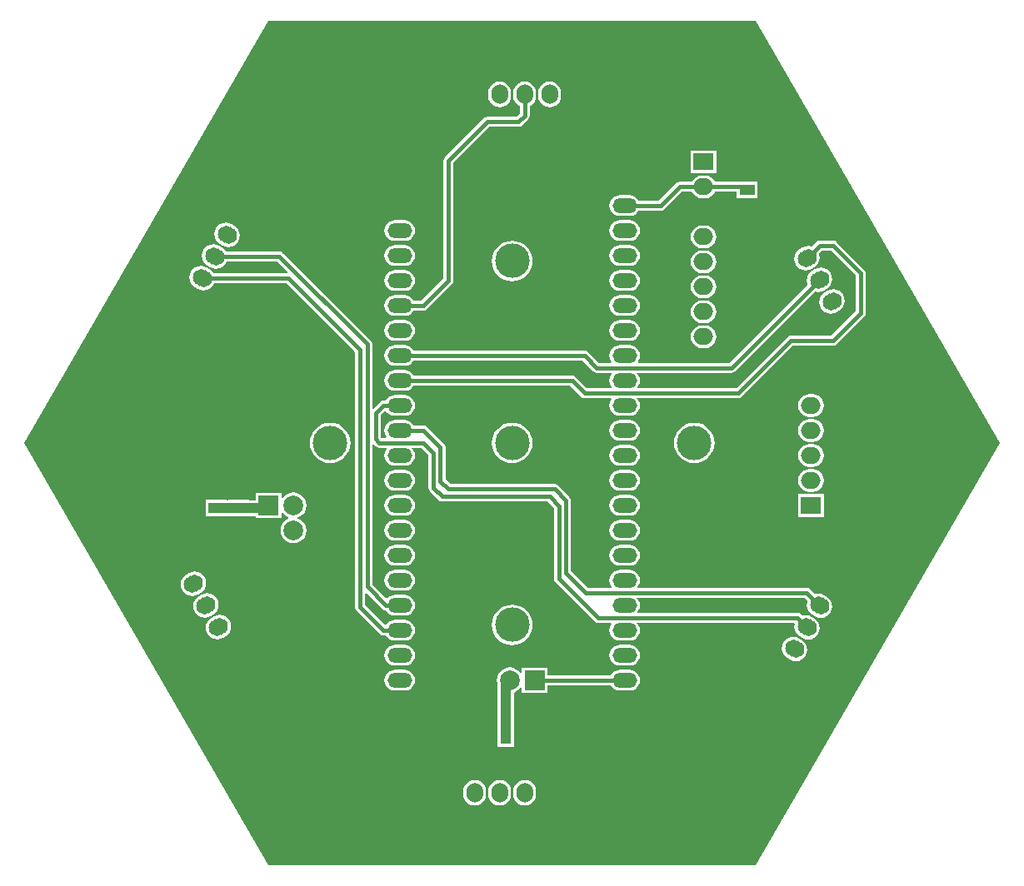
<source format=gbl>
%FSLAX44Y44*%
%MOMM*%
G71*
G01*
G75*
G04 Layer_Physical_Order=2*
G04 Layer_Color=16711680*
G04:AMPARAMS|DCode=10|XSize=2.1mm|YSize=1.5mm|CornerRadius=0.375mm|HoleSize=0mm|Usage=FLASHONLY|Rotation=180.000|XOffset=0mm|YOffset=0mm|HoleType=Round|Shape=RoundedRectangle|*
%AMROUNDEDRECTD10*
21,1,2.1000,0.7500,0,0,180.0*
21,1,1.3500,1.5000,0,0,180.0*
1,1,0.7500,-0.6750,0.3750*
1,1,0.7500,0.6750,0.3750*
1,1,0.7500,0.6750,-0.3750*
1,1,0.7500,-0.6750,-0.3750*
%
%ADD10ROUNDEDRECTD10*%
%ADD11R,1.5000X1.1000*%
%ADD12C,0.4000*%
%ADD13C,1.0000*%
%ADD14C,0.3000*%
%ADD15R,2.0000X1.7000*%
%ADD16O,2.0000X1.7000*%
%ADD17R,2.0000X2.0000*%
%ADD18C,2.0000*%
G04:AMPARAMS|DCode=19|XSize=1.7mm|YSize=2mm|CornerRadius=0mm|HoleSize=0mm|Usage=FLASHONLY|Rotation=120.000|XOffset=0mm|YOffset=0mm|HoleType=Round|Shape=Round|*
%AMOVALD19*
21,1,0.3000,1.7000,0.0000,0.0000,210.0*
1,1,1.7000,0.1299,0.0750*
1,1,1.7000,-0.1299,-0.0750*
%
%ADD19OVALD19*%

%ADD20O,1.7000X2.0000*%
%ADD21R,2.5000X1.5000*%
%ADD22O,2.5000X1.5000*%
G04:AMPARAMS|DCode=23|XSize=1.7mm|YSize=2mm|CornerRadius=0mm|HoleSize=0mm|Usage=FLASHONLY|Rotation=60.000|XOffset=0mm|YOffset=0mm|HoleType=Round|Shape=Round|*
%AMOVALD23*
21,1,0.3000,1.7000,0.0000,0.0000,150.0*
1,1,1.7000,0.1299,-0.0750*
1,1,1.7000,-0.1299,0.0750*
%
%ADD23OVALD23*%

%ADD24C,3.5000*%
%ADD25R,2.0000X2.0000*%
%ADD26R,1.1000X1.5000*%
G36*
X495670Y0D02*
X247836Y-428992D01*
X-247836D01*
X-495670Y0D01*
X-247836Y428992D01*
X247836D01*
X495670Y0D01*
D02*
G37*
%LPC*%
G36*
X316530Y-52000D02*
X290530D01*
Y-75000D01*
X316530D01*
Y-52000D01*
D02*
G37*
G36*
X-109300Y-52909D02*
X-119300D01*
X-122041Y-53270D01*
X-124595Y-54328D01*
X-126789Y-56011D01*
X-128472Y-58205D01*
X-129530Y-60759D01*
X-129891Y-63500D01*
X-129530Y-66241D01*
X-128472Y-68795D01*
X-126789Y-70989D01*
X-124595Y-72672D01*
X-122041Y-73730D01*
X-119300Y-74091D01*
X-109300D01*
X-106559Y-73730D01*
X-104005Y-72672D01*
X-101811Y-70989D01*
X-100128Y-68795D01*
X-99070Y-66241D01*
X-98709Y-63500D01*
X-99070Y-60759D01*
X-100128Y-58205D01*
X-101811Y-56011D01*
X-104005Y-54328D01*
X-106559Y-53270D01*
X-109300Y-52909D01*
D02*
G37*
G36*
X119300D02*
X109300D01*
X106559Y-53270D01*
X104005Y-54328D01*
X101811Y-56011D01*
X100128Y-58205D01*
X99070Y-60759D01*
X98709Y-63500D01*
X99070Y-66241D01*
X100128Y-68795D01*
X101811Y-70989D01*
X104005Y-72672D01*
X106559Y-73730D01*
X109300Y-74091D01*
X119300D01*
X122041Y-73730D01*
X124595Y-72672D01*
X126789Y-70989D01*
X128472Y-68795D01*
X129530Y-66241D01*
X129891Y-63500D01*
X129530Y-60759D01*
X128472Y-58205D01*
X126789Y-56011D01*
X124595Y-54328D01*
X122041Y-53270D01*
X119300Y-52909D01*
D02*
G37*
G36*
Y-103709D02*
X109300D01*
X106559Y-104070D01*
X104005Y-105128D01*
X101811Y-106811D01*
X100128Y-109005D01*
X99070Y-111559D01*
X98709Y-114300D01*
X99070Y-117041D01*
X100128Y-119595D01*
X101811Y-121789D01*
X104005Y-123472D01*
X106559Y-124530D01*
X109300Y-124891D01*
X119300D01*
X122041Y-124530D01*
X124595Y-123472D01*
X126789Y-121789D01*
X128472Y-119595D01*
X129530Y-117041D01*
X129891Y-114300D01*
X129530Y-111559D01*
X128472Y-109005D01*
X126789Y-106811D01*
X124595Y-105128D01*
X122041Y-104070D01*
X119300Y-103709D01*
D02*
G37*
G36*
X-109300Y-78309D02*
X-119300D01*
X-122041Y-78670D01*
X-124595Y-79728D01*
X-126789Y-81411D01*
X-128472Y-83605D01*
X-129530Y-86159D01*
X-129891Y-88900D01*
X-129530Y-91641D01*
X-128472Y-94195D01*
X-126789Y-96389D01*
X-124595Y-98072D01*
X-122041Y-99130D01*
X-119300Y-99491D01*
X-109300D01*
X-106559Y-99130D01*
X-104005Y-98072D01*
X-101811Y-96389D01*
X-100128Y-94195D01*
X-99070Y-91641D01*
X-98709Y-88900D01*
X-99070Y-86159D01*
X-100128Y-83605D01*
X-101811Y-81411D01*
X-104005Y-79728D01*
X-106559Y-78670D01*
X-109300Y-78309D01*
D02*
G37*
G36*
X119300D02*
X109300D01*
X106559Y-78670D01*
X104005Y-79728D01*
X101811Y-81411D01*
X100128Y-83605D01*
X99070Y-86159D01*
X98709Y-88900D01*
X99070Y-91641D01*
X100128Y-94195D01*
X101811Y-96389D01*
X104005Y-98072D01*
X106559Y-99130D01*
X109300Y-99491D01*
X119300D01*
X122041Y-99130D01*
X124595Y-98072D01*
X126789Y-96389D01*
X128472Y-94195D01*
X129530Y-91641D01*
X129891Y-88900D01*
X129530Y-86159D01*
X128472Y-83605D01*
X126789Y-81411D01*
X124595Y-79728D01*
X122041Y-78670D01*
X119300Y-78309D01*
D02*
G37*
G36*
X-222250Y-50388D02*
X-225644Y-50835D01*
X-228806Y-52144D01*
X-231522Y-54228D01*
X-233447Y-56738D01*
X-234650Y-56330D01*
Y-50500D01*
X-260650D01*
Y-58131D01*
X-267630D01*
Y-57700D01*
X-288630D01*
Y-58131D01*
X-290490D01*
Y-57700D01*
X-311490D01*
Y-74700D01*
X-290490D01*
Y-74269D01*
X-288630D01*
Y-74700D01*
X-267630D01*
Y-74269D01*
X-260650D01*
Y-76500D01*
X-234650D01*
Y-70670D01*
X-233447Y-70262D01*
X-231522Y-72772D01*
X-228806Y-74855D01*
X-227093Y-75565D01*
Y-76835D01*
X-228806Y-77544D01*
X-231522Y-79628D01*
X-233605Y-82344D01*
X-234915Y-85506D01*
X-235362Y-88900D01*
X-234915Y-92294D01*
X-233605Y-95456D01*
X-231522Y-98172D01*
X-228806Y-100255D01*
X-225644Y-101565D01*
X-222250Y-102012D01*
X-218856Y-101565D01*
X-215694Y-100255D01*
X-212978Y-98172D01*
X-210895Y-95456D01*
X-209585Y-92294D01*
X-209138Y-88900D01*
X-209585Y-85506D01*
X-210895Y-82344D01*
X-212978Y-79628D01*
X-215694Y-77544D01*
X-218856Y-76235D01*
X-215694Y-74855D01*
X-215694D01*
D01*
D01*
D01*
X-215694Y-74855D01*
X-212978Y-72772D01*
X-210895Y-70056D01*
X-209585Y-66894D01*
X-209138Y-63500D01*
X-209585Y-60106D01*
X-210895Y-56944D01*
X-212978Y-54228D01*
X-215694Y-52144D01*
X-218856Y-50835D01*
X-222250Y-50388D01*
D02*
G37*
G36*
X305030Y-1101D02*
X302030D01*
X299028Y-1496D01*
X296230Y-2655D01*
X293828Y-4498D01*
X291985Y-6900D01*
X290826Y-9698D01*
X290431Y-12700D01*
X290826Y-15702D01*
X291985Y-18500D01*
X293828Y-20902D01*
X296230Y-22745D01*
X299028Y-23904D01*
X302030Y-24299D01*
X305030D01*
X308032Y-23904D01*
X310830Y-22745D01*
X313232Y-20902D01*
X315075Y-18500D01*
X316234Y-15702D01*
X316629Y-12700D01*
X316234Y-9698D01*
X315075Y-6900D01*
X313232Y-4498D01*
X310830Y-2655D01*
X308032Y-1496D01*
X305030Y-1101D01*
D02*
G37*
G36*
X119300Y-2109D02*
X109300D01*
X106559Y-2470D01*
X104005Y-3528D01*
X101811Y-5211D01*
X100128Y-7405D01*
X99070Y-9959D01*
X98709Y-12700D01*
X99070Y-15441D01*
X100128Y-17995D01*
X101811Y-20189D01*
X104005Y-21872D01*
X106559Y-22930D01*
X109300Y-23291D01*
X119300D01*
X122041Y-22930D01*
X124595Y-21872D01*
X126789Y-20189D01*
X128472Y-17995D01*
X129530Y-15441D01*
X129891Y-12700D01*
X129530Y-9959D01*
X128472Y-7405D01*
X126789Y-5211D01*
X124595Y-3528D01*
X122041Y-2470D01*
X119300Y-2109D01*
D02*
G37*
G36*
X-185000Y20599D02*
X-189019Y20203D01*
X-192883Y19031D01*
X-196444Y17128D01*
X-199566Y14566D01*
X-202128Y11444D01*
X-204031Y7883D01*
X-205203Y4019D01*
X-205599Y0D01*
X-205203Y-4019D01*
X-204031Y-7883D01*
X-202128Y-11444D01*
X-199566Y-14566D01*
X-196444Y-17128D01*
X-192883Y-19031D01*
X-189019Y-20203D01*
X-185000Y-20599D01*
X-180981Y-20203D01*
X-177117Y-19031D01*
X-173556Y-17128D01*
X-170434Y-14566D01*
X-167872Y-11444D01*
X-165969Y-7883D01*
X-164797Y-4019D01*
X-164401Y0D01*
X-164797Y4019D01*
X-165969Y7883D01*
X-167872Y11444D01*
X-170434Y14566D01*
X-173556Y17128D01*
X-177117Y19031D01*
X-180981Y20203D01*
X-185000Y20599D01*
D02*
G37*
G36*
X305030Y-26501D02*
X302030D01*
X299028Y-26896D01*
X296230Y-28055D01*
X293828Y-29898D01*
X291985Y-32300D01*
X290826Y-35098D01*
X290431Y-38100D01*
X290826Y-41102D01*
X291985Y-43900D01*
X293828Y-46302D01*
X296230Y-48145D01*
X299028Y-49304D01*
X302030Y-49699D01*
X305030D01*
X308032Y-49304D01*
X310830Y-48145D01*
X313232Y-46302D01*
X315075Y-43900D01*
X316234Y-41102D01*
X316629Y-38100D01*
X316234Y-35098D01*
X315075Y-32300D01*
X313232Y-29898D01*
X310830Y-28055D01*
X308032Y-26896D01*
X305030Y-26501D01*
D02*
G37*
G36*
X119300Y-27509D02*
X109300D01*
X106559Y-27870D01*
X104005Y-28928D01*
X101811Y-30611D01*
X100128Y-32805D01*
X99070Y-35359D01*
X98709Y-38100D01*
X99070Y-40841D01*
X100128Y-43395D01*
X101811Y-45589D01*
X104005Y-47272D01*
X106559Y-48330D01*
X109300Y-48691D01*
X119300D01*
X122041Y-48330D01*
X124595Y-47272D01*
X126789Y-45589D01*
X128472Y-43395D01*
X129530Y-40841D01*
X129891Y-38100D01*
X129530Y-35359D01*
X128472Y-32805D01*
X126789Y-30611D01*
X124595Y-28928D01*
X122041Y-27870D01*
X119300Y-27509D01*
D02*
G37*
G36*
X-109300Y-27509D02*
X-119300D01*
X-122041Y-27870D01*
X-124595Y-28928D01*
X-126789Y-30611D01*
X-128472Y-32805D01*
X-129530Y-35359D01*
X-129891Y-38100D01*
X-129530Y-40841D01*
X-128472Y-43395D01*
X-126789Y-45589D01*
X-124595Y-47272D01*
X-122041Y-48330D01*
X-119300Y-48691D01*
X-109300D01*
X-106559Y-48330D01*
X-104005Y-47272D01*
X-101811Y-45589D01*
X-100128Y-43395D01*
X-99070Y-40841D01*
X-98709Y-38100D01*
X-99070Y-35359D01*
X-100128Y-32805D01*
X-101811Y-30611D01*
X-104005Y-28928D01*
X-106559Y-27870D01*
X-109300Y-27509D01*
D02*
G37*
G36*
Y-103709D02*
X-119300D01*
X-122041Y-104070D01*
X-124595Y-105128D01*
X-126789Y-106811D01*
X-128472Y-109005D01*
X-129530Y-111559D01*
X-129891Y-114300D01*
X-129530Y-117041D01*
X-128472Y-119595D01*
X-126789Y-121789D01*
X-124595Y-123472D01*
X-122041Y-124530D01*
X-119300Y-124891D01*
X-109300D01*
X-106559Y-124530D01*
X-104005Y-123472D01*
X-101811Y-121789D01*
X-100128Y-119595D01*
X-99070Y-117041D01*
X-98709Y-114300D01*
X-99070Y-111559D01*
X-100128Y-109005D01*
X-101811Y-106811D01*
X-104005Y-105128D01*
X-106559Y-104070D01*
X-109300Y-103709D01*
D02*
G37*
G36*
Y-230709D02*
X-119300D01*
X-122041Y-231070D01*
X-124595Y-232128D01*
X-126789Y-233811D01*
X-128472Y-236005D01*
X-129530Y-238559D01*
X-129891Y-241300D01*
X-129530Y-244041D01*
X-128472Y-246595D01*
X-126789Y-248789D01*
X-124595Y-250472D01*
X-122041Y-251530D01*
X-119300Y-251891D01*
X-109300D01*
X-106559Y-251530D01*
X-104005Y-250472D01*
X-101811Y-248789D01*
X-100128Y-246595D01*
X-99070Y-244041D01*
X-98709Y-241300D01*
X-99070Y-238559D01*
X-100128Y-236005D01*
X-101811Y-233811D01*
X-104005Y-232128D01*
X-106559Y-231070D01*
X-109300Y-230709D01*
D02*
G37*
G36*
X-2540Y-228188D02*
X-5934Y-228635D01*
X-9096Y-229944D01*
X-11812Y-232028D01*
X-13895Y-234744D01*
X-15205Y-237906D01*
X-15652Y-241300D01*
X-15205Y-244694D01*
X-14579Y-246206D01*
Y-261280D01*
X-15010D01*
Y-282280D01*
X-14579D01*
Y-287950D01*
X-15010D01*
Y-308950D01*
X1990D01*
Y-287950D01*
X1559D01*
Y-282280D01*
X1990D01*
Y-261280D01*
X1559D01*
Y-253673D01*
X4016Y-252656D01*
X6732Y-250572D01*
X8657Y-248062D01*
X9860Y-248470D01*
Y-254300D01*
X35860D01*
Y-246398D01*
X100047D01*
X100128Y-246595D01*
X101811Y-248789D01*
X104005Y-250472D01*
X106559Y-251530D01*
X109300Y-251891D01*
X119300D01*
X122041Y-251530D01*
X124595Y-250472D01*
X126789Y-248789D01*
X128472Y-246595D01*
X129530Y-244041D01*
X129891Y-241300D01*
X129530Y-238559D01*
X128472Y-236005D01*
X126789Y-233811D01*
X124595Y-232128D01*
X122041Y-231070D01*
X119300Y-230709D01*
X109300D01*
X106559Y-231070D01*
X104005Y-232128D01*
X101811Y-233811D01*
X100128Y-236005D01*
X100047Y-236202D01*
X35860D01*
Y-228300D01*
X9860D01*
Y-234130D01*
X8657Y-234538D01*
X6732Y-232028D01*
X4016Y-229944D01*
X854Y-228635D01*
X-2540Y-228188D01*
D02*
G37*
G36*
X-109300Y-205309D02*
X-119300D01*
X-122041Y-205670D01*
X-124595Y-206728D01*
X-126789Y-208411D01*
X-128472Y-210605D01*
X-129530Y-213159D01*
X-129891Y-215900D01*
X-129530Y-218641D01*
X-128472Y-221195D01*
X-126789Y-223389D01*
X-124595Y-225072D01*
X-122041Y-226130D01*
X-119300Y-226491D01*
X-109300D01*
X-106559Y-226130D01*
X-104005Y-225072D01*
X-101811Y-223389D01*
X-100128Y-221195D01*
X-99070Y-218641D01*
X-98709Y-215900D01*
X-99070Y-213159D01*
X-100128Y-210605D01*
X-101811Y-208411D01*
X-104005Y-206728D01*
X-106559Y-205670D01*
X-109300Y-205309D01*
D02*
G37*
G36*
X-38100Y-342501D02*
X-41102Y-342896D01*
X-43900Y-344055D01*
X-46302Y-345898D01*
X-48145Y-348300D01*
X-49304Y-351098D01*
X-49699Y-354100D01*
Y-357100D01*
X-49304Y-360102D01*
X-48145Y-362900D01*
X-46302Y-365302D01*
X-43900Y-367145D01*
X-41102Y-368304D01*
X-38100Y-368699D01*
X-35098Y-368304D01*
X-32300Y-367145D01*
X-29898Y-365302D01*
X-28055Y-362900D01*
X-26896Y-360102D01*
X-26501Y-357100D01*
Y-354100D01*
X-26896Y-351098D01*
X-28055Y-348300D01*
X-29898Y-345898D01*
X-32300Y-344055D01*
X-35098Y-342896D01*
X-38100Y-342501D01*
D02*
G37*
G36*
X-12700D02*
X-15702Y-342896D01*
X-18500Y-344055D01*
X-20902Y-345898D01*
X-22745Y-348300D01*
X-23904Y-351098D01*
X-24299Y-354100D01*
Y-357100D01*
X-23904Y-360102D01*
X-22745Y-362900D01*
X-20902Y-365302D01*
X-18500Y-367145D01*
X-15702Y-368304D01*
X-12700Y-368699D01*
X-9698Y-368304D01*
X-6900Y-367145D01*
X-4498Y-365302D01*
X-2655Y-362900D01*
X-1496Y-360102D01*
X-1101Y-357100D01*
Y-354100D01*
X-1496Y-351098D01*
X-2655Y-348300D01*
X-4498Y-345898D01*
X-6900Y-344055D01*
X-9698Y-342896D01*
X-12700Y-342501D01*
D02*
G37*
G36*
X12700D02*
X9698Y-342896D01*
X6900Y-344055D01*
X4498Y-345898D01*
X2655Y-348300D01*
X1496Y-351098D01*
X1101Y-354100D01*
Y-357100D01*
X1496Y-360102D01*
X2655Y-362900D01*
X4498Y-365302D01*
X6900Y-367145D01*
X9698Y-368304D01*
X12700Y-368699D01*
X15702Y-368304D01*
X18500Y-367145D01*
X20902Y-365302D01*
X22745Y-362900D01*
X23904Y-360102D01*
X24299Y-357100D01*
Y-354100D01*
X23904Y-351098D01*
X22745Y-348300D01*
X20902Y-345898D01*
X18500Y-344055D01*
X15702Y-342896D01*
X12700Y-342501D01*
D02*
G37*
G36*
X119300Y-205309D02*
X109300D01*
X106559Y-205670D01*
X104005Y-206728D01*
X101811Y-208411D01*
X100128Y-210605D01*
X99070Y-213159D01*
X98709Y-215900D01*
X99070Y-218641D01*
X100128Y-221195D01*
X101811Y-223389D01*
X104005Y-225072D01*
X106559Y-226130D01*
X109300Y-226491D01*
X119300D01*
X122041Y-226130D01*
X124595Y-225072D01*
X126789Y-223389D01*
X128472Y-221195D01*
X129530Y-218641D01*
X129891Y-215900D01*
X129530Y-213159D01*
X128472Y-210605D01*
X126789Y-208411D01*
X124595Y-206728D01*
X122041Y-205670D01*
X119300Y-205309D01*
D02*
G37*
G36*
X-309851Y-152751D02*
X-312853Y-153146D01*
X-315651Y-154305D01*
X-318249Y-155805D01*
X-320651Y-157648D01*
X-322494Y-160050D01*
X-323653Y-162848D01*
X-324048Y-165850D01*
X-323653Y-168852D01*
X-322494Y-171650D01*
X-320651Y-174052D01*
X-318249Y-175895D01*
X-315451Y-177054D01*
X-312449Y-177449D01*
X-309447Y-177054D01*
X-306649Y-175895D01*
X-304051Y-174395D01*
X-301649Y-172552D01*
X-299806Y-170150D01*
X-298647Y-167352D01*
X-298252Y-164350D01*
X-298647Y-161348D01*
X-299806Y-158550D01*
X-301649Y-156148D01*
X-304051Y-154305D01*
X-306849Y-153146D01*
X-309851Y-152751D01*
D02*
G37*
G36*
X-322551Y-130754D02*
X-325553Y-131149D01*
X-328350Y-132308D01*
X-330949Y-133808D01*
X-333351Y-135651D01*
X-335194Y-138053D01*
X-336353Y-140851D01*
X-336748Y-143853D01*
X-336353Y-146855D01*
X-335194Y-149653D01*
X-333351Y-152055D01*
X-330949Y-153898D01*
X-328151Y-155057D01*
X-325149Y-155452D01*
X-322147Y-155057D01*
X-319349Y-153898D01*
X-316751Y-152398D01*
X-314349Y-150555D01*
X-312506Y-148153D01*
X-311347Y-145355D01*
X-310952Y-142353D01*
X-311347Y-139351D01*
X-312506Y-136553D01*
X-314349Y-134151D01*
X-316751Y-132308D01*
X-319549Y-131149D01*
X-322551Y-130754D01*
D02*
G37*
G36*
X-109300Y-129109D02*
X-119300D01*
X-122041Y-129470D01*
X-124595Y-130528D01*
X-126789Y-132211D01*
X-128472Y-134405D01*
X-129530Y-136959D01*
X-129891Y-139700D01*
X-129530Y-142441D01*
X-128472Y-144995D01*
X-126789Y-147189D01*
X-124595Y-148872D01*
X-122041Y-149930D01*
X-119300Y-150291D01*
X-109300D01*
X-106559Y-149930D01*
X-104005Y-148872D01*
X-101811Y-147189D01*
X-100128Y-144995D01*
X-99070Y-142441D01*
X-98709Y-139700D01*
X-99070Y-136959D01*
X-100128Y-134405D01*
X-101811Y-132211D01*
X-104005Y-130528D01*
X-106559Y-129470D01*
X-109300Y-129109D01*
D02*
G37*
G36*
X285721Y-197152D02*
X282719Y-197547D01*
X279921Y-198706D01*
X277519Y-200549D01*
X275676Y-202952D01*
X274517Y-205749D01*
X274122Y-208751D01*
X274517Y-211753D01*
X275676Y-214551D01*
X277519Y-216953D01*
X279921Y-218796D01*
X282519Y-220296D01*
X285317Y-221455D01*
X288319Y-221850D01*
X291321Y-221455D01*
X294119Y-220296D01*
X296521Y-218453D01*
X298364Y-216051D01*
X299523Y-213253D01*
X299918Y-210251D01*
X299523Y-207249D01*
X298364Y-204452D01*
X296521Y-202049D01*
X294119Y-200206D01*
X291521Y-198706D01*
X288723Y-197547D01*
X285721Y-197152D01*
D02*
G37*
G36*
X0Y-164401D02*
X-4019Y-164797D01*
X-7883Y-165969D01*
X-11444Y-167872D01*
X-14566Y-170434D01*
X-17128Y-173556D01*
X-19031Y-177117D01*
X-20203Y-180981D01*
X-20599Y-185000D01*
X-20203Y-189019D01*
X-19031Y-192883D01*
X-17128Y-196444D01*
X-14566Y-199566D01*
X-11444Y-202128D01*
X-7883Y-204031D01*
X-4019Y-205203D01*
X0Y-205599D01*
X4019Y-205203D01*
X7883Y-204031D01*
X11444Y-202128D01*
X14566Y-199566D01*
X17128Y-196444D01*
X19031Y-192883D01*
X20203Y-189019D01*
X20599Y-185000D01*
X20203Y-180981D01*
X19031Y-177117D01*
X17128Y-173556D01*
X14566Y-170434D01*
X11444Y-167872D01*
X7883Y-165969D01*
X4019Y-164797D01*
X0Y-164401D01*
D02*
G37*
G36*
X-297151Y-174748D02*
X-300153Y-175143D01*
X-302950Y-176302D01*
X-305549Y-177802D01*
X-307951Y-179645D01*
X-309794Y-182047D01*
X-310953Y-184845D01*
X-311348Y-187847D01*
X-310953Y-190849D01*
X-309794Y-193647D01*
X-307951Y-196049D01*
X-305549Y-197892D01*
X-302751Y-199051D01*
X-299749Y-199446D01*
X-296747Y-199051D01*
X-293950Y-197892D01*
X-291351Y-196392D01*
X-288949Y-194549D01*
X-287106Y-192147D01*
X-285947Y-189349D01*
X-285552Y-186347D01*
X-285947Y-183345D01*
X-287106Y-180547D01*
X-288949Y-178145D01*
X-291351Y-176302D01*
X-294149Y-175143D01*
X-297151Y-174748D01*
D02*
G37*
G36*
X0Y20599D02*
X-4019Y20203D01*
X-7883Y19031D01*
X-11444Y17128D01*
X-14566Y14566D01*
X-17128Y11444D01*
X-19031Y7883D01*
X-20203Y4019D01*
X-20599Y0D01*
X-20203Y-4019D01*
X-19031Y-7883D01*
X-17128Y-11444D01*
X-14566Y-14566D01*
X-11444Y-17128D01*
X-7883Y-19031D01*
X-4019Y-20203D01*
X0Y-20599D01*
X4019Y-20203D01*
X7883Y-19031D01*
X11444Y-17128D01*
X14566Y-14566D01*
X17128Y-11444D01*
X19031Y-7883D01*
X20203Y-4019D01*
X20599Y0D01*
X20203Y4019D01*
X19031Y7883D01*
X17128Y11444D01*
X14566Y14566D01*
X11444Y17128D01*
X7883Y19031D01*
X4019Y20203D01*
X0Y20599D01*
D02*
G37*
G36*
X119300Y201091D02*
X109300D01*
X106559Y200730D01*
X104005Y199672D01*
X101811Y197989D01*
X100128Y195795D01*
X99070Y193241D01*
X98709Y190500D01*
X99070Y187759D01*
X100128Y185205D01*
X101811Y183011D01*
X104005Y181328D01*
X106559Y180270D01*
X109300Y179909D01*
X119300D01*
X122041Y180270D01*
X124595Y181328D01*
X126789Y183011D01*
X128472Y185205D01*
X129530Y187759D01*
X129891Y190500D01*
X129530Y193241D01*
X128472Y195795D01*
X126789Y197989D01*
X124595Y199672D01*
X122041Y200730D01*
X119300Y201091D01*
D02*
G37*
G36*
X195810Y221149D02*
X192810D01*
X189808Y220754D01*
X187010Y219595D01*
X184608Y217752D01*
X182765Y215350D01*
X181606Y212552D01*
X181211Y209550D01*
X181606Y206548D01*
X182765Y203750D01*
X184608Y201348D01*
X187010Y199505D01*
X189808Y198346D01*
X192810Y197951D01*
X195810D01*
X198812Y198346D01*
X201610Y199505D01*
X204012Y201348D01*
X205855Y203750D01*
X207014Y206548D01*
X207409Y209550D01*
X207014Y212552D01*
X205855Y215350D01*
X204012Y217752D01*
X201610Y219595D01*
X198812Y220754D01*
X195810Y221149D01*
D02*
G37*
G36*
X-290859Y223983D02*
X-293861Y223588D01*
X-296659Y222429D01*
X-299061Y220586D01*
X-300904Y218184D01*
X-302063Y215386D01*
X-302458Y212384D01*
X-302063Y209382D01*
X-300904Y206584D01*
X-299061Y204182D01*
X-296659Y202339D01*
X-294060Y200839D01*
X-291263Y199680D01*
X-288261Y199285D01*
X-285259Y199680D01*
X-282461Y200839D01*
X-280059Y202682D01*
X-278216Y205084D01*
X-277057Y207882D01*
X-276662Y210884D01*
X-277057Y213886D01*
X-278216Y216684D01*
X-280059Y219086D01*
X-282461Y220929D01*
X-285060Y222429D01*
X-287857Y223588D01*
X-290859Y223983D01*
D02*
G37*
G36*
X-109300Y201091D02*
X-119300D01*
X-122041Y200730D01*
X-124595Y199672D01*
X-126789Y197989D01*
X-128472Y195795D01*
X-129530Y193241D01*
X-129891Y190500D01*
X-129530Y187759D01*
X-128472Y185205D01*
X-126789Y183011D01*
X-124595Y181328D01*
X-122041Y180270D01*
X-119300Y179909D01*
X-109300D01*
X-106559Y180270D01*
X-104005Y181328D01*
X-101811Y183011D01*
X-100128Y185205D01*
X-99070Y187759D01*
X-98709Y190500D01*
X-99070Y193241D01*
X-100128Y195795D01*
X-101811Y197989D01*
X-104005Y199672D01*
X-106559Y200730D01*
X-109300Y201091D01*
D02*
G37*
G36*
X0Y205599D02*
X-4019Y205203D01*
X-7883Y204031D01*
X-11444Y202128D01*
X-14566Y199566D01*
X-17128Y196444D01*
X-19031Y192883D01*
X-20203Y189019D01*
X-20599Y185000D01*
X-20203Y180981D01*
X-19031Y177117D01*
X-17128Y173556D01*
X-14566Y170434D01*
X-11444Y167872D01*
X-7883Y165969D01*
X-4019Y164797D01*
X0Y164401D01*
X4019Y164797D01*
X7883Y165969D01*
X11444Y167872D01*
X14566Y170434D01*
X17128Y173556D01*
X19031Y177117D01*
X20203Y180981D01*
X20599Y185000D01*
X20203Y189019D01*
X19031Y192883D01*
X17128Y196444D01*
X14566Y199566D01*
X11444Y202128D01*
X7883Y204031D01*
X4019Y205203D01*
X0Y205599D01*
D02*
G37*
G36*
X195810Y195749D02*
X192810D01*
X189808Y195354D01*
X187010Y194195D01*
X184608Y192352D01*
X182765Y189950D01*
X181606Y187152D01*
X181211Y184150D01*
X181606Y181148D01*
X182765Y178350D01*
X184608Y175948D01*
X187010Y174105D01*
X189808Y172946D01*
X192810Y172551D01*
X195810D01*
X198812Y172946D01*
X201610Y174105D01*
X204012Y175948D01*
X205855Y178350D01*
X207014Y181148D01*
X207409Y184150D01*
X207014Y187152D01*
X205855Y189950D01*
X204012Y192352D01*
X201610Y194195D01*
X198812Y195354D01*
X195810Y195749D01*
D02*
G37*
G36*
X-303559Y201986D02*
X-306561Y201591D01*
X-309359Y200432D01*
X-311761Y198589D01*
X-313604Y196187D01*
X-314763Y193389D01*
X-315158Y190387D01*
X-314763Y187385D01*
X-313604Y184587D01*
X-311761Y182185D01*
X-309359Y180342D01*
X-306761Y178842D01*
X-303963Y177683D01*
X-300961Y177288D01*
X-297959Y177683D01*
X-295161Y178842D01*
X-292759Y180685D01*
X-290916Y183087D01*
X-290314Y184539D01*
X-238739D01*
X-228111Y173911D01*
X-228597Y172738D01*
X-303653D01*
X-305459Y175092D01*
X-307861Y176935D01*
X-310459Y178435D01*
X-313257Y179594D01*
X-316259Y179989D01*
X-319261Y179594D01*
X-322059Y178435D01*
X-324461Y176592D01*
X-326304Y174190D01*
X-327463Y171392D01*
X-327858Y168390D01*
X-327463Y165388D01*
X-326304Y162590D01*
X-324461Y160188D01*
X-322059Y158345D01*
X-319461Y156845D01*
X-316663Y155686D01*
X-313661Y155291D01*
X-310659Y155686D01*
X-307861Y156845D01*
X-305459Y158688D01*
X-303616Y161090D01*
X-303014Y162542D01*
X-229442D01*
X-159418Y92518D01*
Y-166990D01*
X-159418Y-166990D01*
X-159418D01*
X-159030Y-168941D01*
X-157925Y-170595D01*
X-134415Y-194105D01*
X-132761Y-195210D01*
X-130810Y-195598D01*
X-128553D01*
X-128472Y-195795D01*
X-126789Y-197989D01*
X-124595Y-199672D01*
X-122041Y-200730D01*
X-119300Y-201091D01*
X-109300D01*
X-106559Y-200730D01*
X-104005Y-199672D01*
X-101811Y-197989D01*
X-100128Y-195795D01*
X-99070Y-193241D01*
X-98709Y-190500D01*
X-99070Y-187759D01*
X-100128Y-185205D01*
X-101811Y-183011D01*
X-104005Y-181328D01*
X-106559Y-180270D01*
X-109300Y-179909D01*
X-119300D01*
X-122041Y-180270D01*
X-124595Y-181328D01*
X-126789Y-183011D01*
X-128069Y-184681D01*
X-129337Y-184764D01*
X-149222Y-164878D01*
Y-153017D01*
X-148049Y-152531D01*
X-131875Y-168705D01*
X-131875D01*
X-131875Y-168705D01*
X-131875Y-168705D01*
Y-168705D01*
X-130221Y-169810D01*
X-128579Y-170137D01*
X-128472Y-170395D01*
X-126789Y-172589D01*
X-124595Y-174272D01*
X-122041Y-175330D01*
X-119300Y-175691D01*
X-109300D01*
X-106559Y-175330D01*
X-104005Y-174272D01*
X-101811Y-172589D01*
X-100128Y-170395D01*
X-99070Y-167841D01*
X-98709Y-165100D01*
X-99070Y-162359D01*
X-100128Y-159805D01*
X-101811Y-157611D01*
X-104005Y-155928D01*
X-106559Y-154870D01*
X-109300Y-154509D01*
X-119300D01*
X-122041Y-154870D01*
X-124595Y-155928D01*
X-126789Y-157611D01*
X-126967Y-157843D01*
X-128234Y-157926D01*
X-142222Y-143938D01*
Y-1267D01*
X-141049Y-781D01*
X-138425Y-3405D01*
X-136771Y-4510D01*
X-134820Y-4898D01*
X-127984D01*
X-127422Y-6037D01*
X-128472Y-7405D01*
X-129530Y-9959D01*
X-129891Y-12700D01*
X-129530Y-15441D01*
X-128472Y-17995D01*
X-126789Y-20189D01*
X-124595Y-21872D01*
X-122041Y-22930D01*
X-119300Y-23291D01*
X-109300D01*
X-106559Y-22930D01*
X-104005Y-21872D01*
X-101811Y-20189D01*
X-100128Y-17995D01*
X-99070Y-15441D01*
X-98709Y-12700D01*
X-99070Y-9959D01*
X-100128Y-7405D01*
X-101811Y-5211D01*
X-101705Y-4898D01*
X-92482D01*
X-85108Y-12272D01*
Y-45720D01*
X-85108Y-45720D01*
X-85108D01*
X-84720Y-47671D01*
X-83615Y-49325D01*
X-74725Y-58215D01*
X-73071Y-59320D01*
X-71120Y-59708D01*
X35988D01*
X42512Y-66232D01*
Y-137780D01*
X42512Y-137780D01*
X42512D01*
X42900Y-139731D01*
X44005Y-141385D01*
X84025Y-181405D01*
X85679Y-182510D01*
X87630Y-182898D01*
X100463D01*
X101024Y-184037D01*
X100128Y-185205D01*
X99070Y-187759D01*
X98709Y-190500D01*
X99070Y-193241D01*
X100128Y-195795D01*
X101811Y-197989D01*
X104005Y-199672D01*
X106559Y-200730D01*
X109300Y-201091D01*
X119300D01*
X122041Y-200730D01*
X124595Y-199672D01*
X126789Y-197989D01*
X128472Y-195795D01*
X129530Y-193241D01*
X129891Y-190500D01*
X129530Y-187759D01*
X128472Y-185205D01*
X126789Y-183011D01*
X126827Y-182898D01*
X286366D01*
X287204Y-183853D01*
X286822Y-186754D01*
X287217Y-189756D01*
X288376Y-192554D01*
X290219Y-194956D01*
X292621Y-196799D01*
X295219Y-198299D01*
X298017Y-199458D01*
X301019Y-199853D01*
X304021Y-199458D01*
X306819Y-198299D01*
X309221Y-196456D01*
X311064Y-194054D01*
X312223Y-191256D01*
X312618Y-188254D01*
X312223Y-185252D01*
X311064Y-182454D01*
X309221Y-180052D01*
X306819Y-178209D01*
X304221Y-176709D01*
X301423Y-175550D01*
X298421Y-175155D01*
X295419Y-175550D01*
X295105Y-175680D01*
X293621Y-174195D01*
X291967Y-173090D01*
X290016Y-172702D01*
X128138D01*
X127576Y-171563D01*
X128472Y-170395D01*
X129530Y-167841D01*
X129891Y-165100D01*
X129530Y-162359D01*
X128472Y-159805D01*
X126789Y-157611D01*
X126827Y-157498D01*
X297201D01*
X300368Y-160665D01*
X299917Y-161755D01*
X299522Y-164757D01*
X299917Y-167759D01*
X301076Y-170557D01*
X302919Y-172959D01*
X305321Y-174802D01*
X307920Y-176302D01*
X310717Y-177461D01*
X313719Y-177856D01*
X316721Y-177461D01*
X319519Y-176302D01*
X321921Y-174459D01*
X323764Y-172057D01*
X324923Y-169259D01*
X325318Y-166257D01*
X324923Y-163255D01*
X323764Y-160457D01*
X321921Y-158055D01*
X319519Y-156212D01*
X316921Y-154712D01*
X314123Y-153553D01*
X311121Y-153158D01*
X308119Y-153553D01*
X307805Y-153683D01*
X302918Y-148795D01*
X301264Y-147690D01*
X299313Y-147302D01*
X128137D01*
X127576Y-146163D01*
X128472Y-144995D01*
X129530Y-142441D01*
X129891Y-139700D01*
X129530Y-136959D01*
X128472Y-134405D01*
X126789Y-132211D01*
X124595Y-130528D01*
X122041Y-129470D01*
X119300Y-129109D01*
X109300D01*
X106559Y-129470D01*
X104005Y-130528D01*
X101811Y-132211D01*
X100128Y-134405D01*
X99070Y-136959D01*
X98709Y-139700D01*
X99070Y-142441D01*
X100128Y-144995D01*
X101024Y-146163D01*
X100463Y-147302D01*
X77042D01*
X59708Y-129968D01*
Y-58420D01*
X59320Y-56469D01*
X58215Y-54815D01*
X46785Y-43385D01*
X45131Y-42280D01*
X43180Y-41892D01*
X-62658D01*
X-67912Y-36638D01*
Y-4460D01*
X-68300Y-2509D01*
X-69405Y-855D01*
X-86565Y16305D01*
X-88219Y17410D01*
X-90170Y17798D01*
X-100047D01*
X-100128Y17995D01*
X-101811Y20189D01*
X-104005Y21872D01*
X-106559Y22930D01*
X-109300Y23291D01*
X-119300D01*
X-122041Y22930D01*
X-124595Y21872D01*
X-126789Y20189D01*
X-128472Y17995D01*
X-129530Y15441D01*
X-129891Y12700D01*
X-129530Y9959D01*
X-128472Y7405D01*
X-127729Y6437D01*
X-128291Y5298D01*
X-132708D01*
X-133332Y5922D01*
Y28368D01*
X-129337Y32364D01*
X-128069Y32280D01*
X-126789Y30611D01*
X-124595Y28928D01*
X-122041Y27870D01*
X-119300Y27509D01*
X-109300D01*
X-106559Y27870D01*
X-104005Y28928D01*
X-101811Y30611D01*
X-100128Y32805D01*
X-99070Y35359D01*
X-98709Y38100D01*
X-99070Y40841D01*
X-100128Y43395D01*
X-101811Y45589D01*
X-104005Y47272D01*
X-106559Y48330D01*
X-109300Y48691D01*
X-119300D01*
X-122041Y48330D01*
X-124595Y47272D01*
X-126789Y45589D01*
X-128472Y43395D01*
X-128553Y43198D01*
X-130810D01*
X-132761Y42810D01*
X-134415Y41705D01*
X-141049Y35071D01*
X-142222Y35557D01*
Y100330D01*
X-142610Y102281D01*
X-143715Y103935D01*
X-233022Y193242D01*
X-234676Y194347D01*
X-236627Y194735D01*
X-290953D01*
X-292759Y197089D01*
X-295161Y198932D01*
X-297759Y200432D01*
X-300557Y201591D01*
X-303559Y201986D01*
D02*
G37*
G36*
X207310Y297250D02*
X181310D01*
Y274250D01*
X207310D01*
Y297250D01*
D02*
G37*
G36*
X-12700Y367429D02*
X-15702Y367034D01*
X-18500Y365875D01*
X-20902Y364032D01*
X-22745Y361630D01*
X-23904Y358832D01*
X-24299Y355830D01*
Y352830D01*
X-23904Y349828D01*
X-22745Y347030D01*
X-20902Y344628D01*
X-18500Y342785D01*
X-15702Y341626D01*
X-12700Y341231D01*
X-9698Y341626D01*
X-6900Y342785D01*
X-4498Y344628D01*
X-2655Y347030D01*
X-1496Y349828D01*
X-1101Y352830D01*
Y355830D01*
X-1496Y358832D01*
X-2655Y361630D01*
X-4498Y364032D01*
X-6900Y365875D01*
X-9698Y367034D01*
X-12700Y367429D01*
D02*
G37*
G36*
X38100D02*
X35098Y367034D01*
X32300Y365875D01*
X29898Y364032D01*
X28055Y361630D01*
X26896Y358832D01*
X26501Y355830D01*
Y352830D01*
X26896Y349828D01*
X28055Y347030D01*
X29898Y344628D01*
X32300Y342785D01*
X35098Y341626D01*
X38100Y341231D01*
X41102Y341626D01*
X43900Y342785D01*
X46302Y344628D01*
X48145Y347030D01*
X49304Y349828D01*
X49699Y352830D01*
Y355830D01*
X49304Y358832D01*
X48145Y361630D01*
X46302Y364032D01*
X43900Y365875D01*
X41102Y367034D01*
X38100Y367429D01*
D02*
G37*
G36*
X195810Y271949D02*
X192810D01*
X189808Y271554D01*
X187010Y270395D01*
X184608Y268552D01*
X182765Y266150D01*
X182474Y265448D01*
X170180D01*
X168229Y265060D01*
X166575Y263955D01*
X149018Y246398D01*
X128553D01*
X128472Y246595D01*
X126789Y248789D01*
X124595Y250472D01*
X122041Y251530D01*
X119300Y251891D01*
X109300D01*
X106559Y251530D01*
X104005Y250472D01*
X101811Y248789D01*
X100128Y246595D01*
X99070Y244041D01*
X98709Y241300D01*
X99070Y238559D01*
X100128Y236005D01*
X101811Y233811D01*
X104005Y232128D01*
X106559Y231070D01*
X109300Y230709D01*
X119300D01*
X122041Y231070D01*
X124595Y232128D01*
X126789Y233811D01*
X128472Y236005D01*
X128553Y236202D01*
X151130D01*
X153081Y236590D01*
X154735Y237695D01*
X172292Y255252D01*
X182474D01*
X182765Y254550D01*
X184608Y252148D01*
X187010Y250305D01*
X189808Y249146D01*
X192810Y248751D01*
X195810D01*
X198812Y249146D01*
X201610Y250305D01*
X204012Y252148D01*
X205855Y254550D01*
X206146Y255252D01*
X228260D01*
Y249150D01*
X249260D01*
Y266150D01*
X228260D01*
Y265448D01*
X206146D01*
X205855Y266150D01*
X204012Y268552D01*
X201610Y270395D01*
X198812Y271554D01*
X195810Y271949D01*
D02*
G37*
G36*
X326390Y205758D02*
X312420D01*
X310469Y205370D01*
X308815Y204265D01*
X304335Y199784D01*
X304021Y199914D01*
X301019Y200309D01*
X298017Y199914D01*
X295219Y198755D01*
X292621Y197255D01*
X290219Y195412D01*
X288376Y193010D01*
X287217Y190212D01*
X286822Y187210D01*
X287217Y184208D01*
X288376Y181410D01*
X290219Y179008D01*
X292621Y177165D01*
X295419Y176006D01*
X298421Y175611D01*
X301423Y176006D01*
X304221Y177165D01*
X306819Y178665D01*
X309221Y180508D01*
X311064Y182910D01*
X312223Y185708D01*
X312618Y188710D01*
X312223Y191712D01*
X311772Y192802D01*
X314532Y195562D01*
X324278D01*
X349232Y170608D01*
Y134192D01*
X324278Y109238D01*
X283210D01*
X281583Y108914D01*
X281259Y108850D01*
X279605Y107745D01*
X227758Y55898D01*
X128137D01*
X127576Y57037D01*
X128472Y58205D01*
X129530Y60759D01*
X129891Y63500D01*
X129530Y66241D01*
X128472Y68795D01*
X126789Y70989D01*
X126895Y71302D01*
X222857D01*
X224808Y71690D01*
X226462Y72795D01*
X226462Y72795D01*
X226462Y72795D01*
X307805Y154139D01*
X308119Y154009D01*
X311121Y153614D01*
X314123Y154009D01*
X316921Y155168D01*
X319519Y156668D01*
X321921Y158511D01*
X323764Y160913D01*
X324923Y163711D01*
X325318Y166713D01*
X324923Y169715D01*
X323764Y172513D01*
X321921Y174915D01*
X319519Y176758D01*
X316721Y177917D01*
X313719Y178312D01*
X310717Y177917D01*
X307920Y176758D01*
X305321Y175258D01*
X302919Y173415D01*
X301076Y171012D01*
X299917Y168215D01*
X299522Y165213D01*
X299917Y162211D01*
X300368Y161121D01*
X220746Y81498D01*
X128291D01*
X127729Y82637D01*
X128472Y83605D01*
X129530Y86159D01*
X129891Y88900D01*
X129530Y91641D01*
X128472Y94195D01*
X126789Y96389D01*
X124595Y98072D01*
X122041Y99130D01*
X119300Y99491D01*
X109300D01*
X106559Y99130D01*
X104005Y98072D01*
X101811Y96389D01*
X100128Y94195D01*
X99070Y91641D01*
X98709Y88900D01*
X99070Y86159D01*
X100128Y83605D01*
X100871Y82637D01*
X100309Y81498D01*
X88272D01*
X77265Y92505D01*
X75611Y93610D01*
X73660Y93998D01*
X-100047D01*
X-100128Y94195D01*
X-101811Y96389D01*
X-104005Y98072D01*
X-106559Y99130D01*
X-109300Y99491D01*
X-119300D01*
X-122041Y99130D01*
X-124595Y98072D01*
X-126789Y96389D01*
X-128472Y94195D01*
X-129530Y91641D01*
X-129891Y88900D01*
X-129530Y86159D01*
X-128472Y83605D01*
X-126789Y81411D01*
X-124595Y79728D01*
X-122041Y78670D01*
X-119300Y78309D01*
X-109300D01*
X-106559Y78670D01*
X-104005Y79728D01*
X-101811Y81411D01*
X-100128Y83605D01*
X-100047Y83802D01*
X71548D01*
X82555Y72795D01*
X84209Y71690D01*
X84533Y71626D01*
X86160Y71302D01*
X100616D01*
X101178Y70163D01*
X100128Y68795D01*
X99070Y66241D01*
X98709Y63500D01*
X99070Y60759D01*
X100128Y58205D01*
X101024Y57037D01*
X100463Y55898D01*
X75772D01*
X64565Y67105D01*
X62911Y68210D01*
X60960Y68598D01*
X-100047D01*
X-100128Y68795D01*
X-101811Y70989D01*
X-104005Y72672D01*
X-106559Y73730D01*
X-109300Y74091D01*
X-119300D01*
X-122041Y73730D01*
X-124595Y72672D01*
X-126789Y70989D01*
X-128472Y68795D01*
X-129530Y66241D01*
X-129891Y63500D01*
X-129530Y60759D01*
X-128472Y58205D01*
X-126789Y56011D01*
X-124595Y54328D01*
X-122041Y53270D01*
X-119300Y52909D01*
X-109300D01*
X-106559Y53270D01*
X-104005Y54328D01*
X-101811Y56011D01*
X-100128Y58205D01*
X-100047Y58402D01*
X58848D01*
X70055Y47195D01*
X71709Y46090D01*
X73660Y45702D01*
X100463D01*
X101024Y44563D01*
X100128Y43395D01*
X99070Y40841D01*
X98709Y38100D01*
X99070Y35359D01*
X100128Y32805D01*
X101811Y30611D01*
X104005Y28928D01*
X106559Y27870D01*
X109300Y27509D01*
X119300D01*
X122041Y27870D01*
X124595Y28928D01*
X126789Y30611D01*
X128472Y32805D01*
X129530Y35359D01*
X129891Y38100D01*
X129530Y40841D01*
X128472Y43395D01*
X126789Y45589D01*
X126827Y45702D01*
X229870D01*
X231821Y46090D01*
X233475Y47195D01*
X233475Y47195D01*
X233475Y47195D01*
X285322Y99042D01*
X326390D01*
X328341Y99430D01*
X329995Y100535D01*
X329995Y100535D01*
X329995Y100535D01*
X357935Y128475D01*
X359040Y130129D01*
X359428Y132080D01*
X359428Y132080D01*
X359428Y132080D01*
Y132080D01*
Y172720D01*
X359040Y174671D01*
X357935Y176325D01*
X329995Y204265D01*
X328341Y205370D01*
X326390Y205758D01*
D02*
G37*
G36*
X-109300Y226491D02*
X-119300D01*
X-122041Y226130D01*
X-124595Y225072D01*
X-126789Y223389D01*
X-128472Y221195D01*
X-129530Y218641D01*
X-129891Y215900D01*
X-129530Y213159D01*
X-128472Y210605D01*
X-126789Y208411D01*
X-124595Y206728D01*
X-122041Y205670D01*
X-119300Y205309D01*
X-109300D01*
X-106559Y205670D01*
X-104005Y206728D01*
X-101811Y208411D01*
X-100128Y210605D01*
X-99070Y213159D01*
X-98709Y215900D01*
X-99070Y218641D01*
X-100128Y221195D01*
X-101811Y223389D01*
X-104005Y225072D01*
X-106559Y226130D01*
X-109300Y226491D01*
D02*
G37*
G36*
X119300D02*
X109300D01*
X106559Y226130D01*
X104005Y225072D01*
X101811Y223389D01*
X100128Y221195D01*
X99070Y218641D01*
X98709Y215900D01*
X99070Y213159D01*
X100128Y210605D01*
X101811Y208411D01*
X104005Y206728D01*
X106559Y205670D01*
X109300Y205309D01*
X119300D01*
X122041Y205670D01*
X124595Y206728D01*
X126789Y208411D01*
X128472Y210605D01*
X129530Y213159D01*
X129891Y215900D01*
X129530Y218641D01*
X128472Y221195D01*
X126789Y223389D01*
X124595Y225072D01*
X122041Y226130D01*
X119300Y226491D01*
D02*
G37*
G36*
X195810Y119549D02*
X192810D01*
X189808Y119154D01*
X187010Y117995D01*
X184608Y116152D01*
X182765Y113750D01*
X181606Y110952D01*
X181211Y107950D01*
X181606Y104948D01*
X182765Y102150D01*
X184608Y99748D01*
X187010Y97905D01*
X189808Y96746D01*
X192810Y96351D01*
X195810D01*
X198812Y96746D01*
X201610Y97905D01*
X204012Y99748D01*
X205855Y102150D01*
X207014Y104948D01*
X207409Y107950D01*
X207014Y110952D01*
X205855Y113750D01*
X204012Y116152D01*
X201610Y117995D01*
X198812Y119154D01*
X195810Y119549D01*
D02*
G37*
G36*
X119300Y124891D02*
X109300D01*
X106559Y124530D01*
X104005Y123472D01*
X101811Y121789D01*
X100128Y119595D01*
X99070Y117041D01*
X98709Y114300D01*
X99070Y111559D01*
X100128Y109005D01*
X101811Y106811D01*
X104005Y105128D01*
X106559Y104070D01*
X109300Y103709D01*
X119300D01*
X122041Y104070D01*
X124595Y105128D01*
X126789Y106811D01*
X128472Y109005D01*
X129530Y111559D01*
X129891Y114300D01*
X129530Y117041D01*
X128472Y119595D01*
X126789Y121789D01*
X124595Y123472D01*
X122041Y124530D01*
X119300Y124891D01*
D02*
G37*
G36*
X-109300Y124891D02*
X-119300D01*
X-122041Y124530D01*
X-124595Y123472D01*
X-126789Y121789D01*
X-128472Y119595D01*
X-129530Y117041D01*
X-129891Y114300D01*
X-129530Y111559D01*
X-128472Y109005D01*
X-126789Y106811D01*
X-124595Y105128D01*
X-122041Y104070D01*
X-119300Y103709D01*
X-109300D01*
X-106559Y104070D01*
X-104005Y105128D01*
X-101811Y106811D01*
X-100128Y109005D01*
X-99070Y111559D01*
X-98709Y114300D01*
X-99070Y117041D01*
X-100128Y119595D01*
X-101811Y121789D01*
X-104005Y123472D01*
X-106559Y124530D01*
X-109300Y124891D01*
D02*
G37*
G36*
X305030Y49699D02*
X302030D01*
X299028Y49304D01*
X296230Y48145D01*
X293828Y46302D01*
X291985Y43900D01*
X290826Y41102D01*
X290431Y38100D01*
X290826Y35098D01*
X291985Y32300D01*
X293828Y29898D01*
X296230Y28055D01*
X299028Y26896D01*
X302030Y26501D01*
X305030D01*
X308032Y26896D01*
X310830Y28055D01*
X313232Y29898D01*
X315075Y32300D01*
X316234Y35098D01*
X316629Y38100D01*
X316234Y41102D01*
X315075Y43900D01*
X313232Y46302D01*
X310830Y48145D01*
X308032Y49304D01*
X305030Y49699D01*
D02*
G37*
G36*
X185000Y20599D02*
X180981Y20203D01*
X177117Y19031D01*
X173556Y17128D01*
X170434Y14566D01*
X167872Y11444D01*
X165969Y7883D01*
X164797Y4019D01*
X164401Y0D01*
X164797Y-4019D01*
X165969Y-7883D01*
X167872Y-11444D01*
X170434Y-14566D01*
X173556Y-17128D01*
X177117Y-19031D01*
X180981Y-20203D01*
X185000Y-20599D01*
X189019Y-20203D01*
X192883Y-19031D01*
X196444Y-17128D01*
X199566Y-14566D01*
X202128Y-11444D01*
X204031Y-7883D01*
X205203Y-4019D01*
X205599Y0D01*
X205203Y4019D01*
X204031Y7883D01*
X202128Y11444D01*
X199566Y14566D01*
X196444Y17128D01*
X192883Y19031D01*
X189019Y20203D01*
X185000Y20599D01*
D02*
G37*
G36*
X305030Y24299D02*
X302030D01*
X299028Y23904D01*
X296230Y22745D01*
X293828Y20902D01*
X291985Y18500D01*
X290826Y15702D01*
X290431Y12700D01*
X290826Y9698D01*
X291985Y6900D01*
X293828Y4498D01*
X296230Y2655D01*
X299028Y1496D01*
X302030Y1101D01*
X305030D01*
X308032Y1496D01*
X310830Y2655D01*
X313232Y4498D01*
X315075Y6900D01*
X316234Y9698D01*
X316629Y12700D01*
X316234Y15702D01*
X315075Y18500D01*
X313232Y20902D01*
X310830Y22745D01*
X308032Y23904D01*
X305030Y24299D01*
D02*
G37*
G36*
X119300Y23291D02*
X109300D01*
X106559Y22930D01*
X104005Y21872D01*
X101811Y20189D01*
X100128Y17995D01*
X99070Y15441D01*
X98709Y12700D01*
X99070Y9959D01*
X100128Y7405D01*
X101811Y5211D01*
X104005Y3528D01*
X106559Y2470D01*
X109300Y2109D01*
X119300D01*
X122041Y2470D01*
X124595Y3528D01*
X126789Y5211D01*
X128472Y7405D01*
X129530Y9959D01*
X129891Y12700D01*
X129530Y15441D01*
X128472Y17995D01*
X126789Y20189D01*
X124595Y21872D01*
X122041Y22930D01*
X119300Y23291D01*
D02*
G37*
G36*
X195810Y170349D02*
X192810D01*
X189808Y169954D01*
X187010Y168795D01*
X184608Y166952D01*
X182765Y164550D01*
X181606Y161752D01*
X181211Y158750D01*
X181606Y155748D01*
X182765Y152950D01*
X184608Y150548D01*
X187010Y148705D01*
X189808Y147546D01*
X192810Y147151D01*
X195810D01*
X198812Y147546D01*
X201610Y148705D01*
X204012Y150548D01*
X205855Y152950D01*
X207014Y155748D01*
X207409Y158750D01*
X207014Y161752D01*
X205855Y164550D01*
X204012Y166952D01*
X201610Y168795D01*
X198812Y169954D01*
X195810Y170349D01*
D02*
G37*
G36*
X119300Y175691D02*
X109300D01*
X106559Y175330D01*
X104005Y174272D01*
X101811Y172589D01*
X100128Y170395D01*
X99070Y167841D01*
X98709Y165100D01*
X99070Y162359D01*
X100128Y159805D01*
X101811Y157611D01*
X104005Y155928D01*
X106559Y154870D01*
X109300Y154509D01*
X119300D01*
X122041Y154870D01*
X124595Y155928D01*
X126789Y157611D01*
X128472Y159805D01*
X129530Y162359D01*
X129891Y165100D01*
X129530Y167841D01*
X128472Y170395D01*
X126789Y172589D01*
X124595Y174272D01*
X122041Y175330D01*
X119300Y175691D01*
D02*
G37*
G36*
X-109300Y175691D02*
X-119300D01*
X-122041Y175330D01*
X-124595Y174272D01*
X-126789Y172589D01*
X-128472Y170395D01*
X-129530Y167841D01*
X-129891Y165100D01*
X-129530Y162359D01*
X-128472Y159805D01*
X-126789Y157611D01*
X-124595Y155928D01*
X-122041Y154870D01*
X-119300Y154509D01*
X-109300D01*
X-106559Y154870D01*
X-104005Y155928D01*
X-101811Y157611D01*
X-100128Y159805D01*
X-99070Y162359D01*
X-98709Y165100D01*
X-99070Y167841D01*
X-100128Y170395D01*
X-101811Y172589D01*
X-104005Y174272D01*
X-106559Y175330D01*
X-109300Y175691D01*
D02*
G37*
G36*
X12700Y367429D02*
X9698Y367034D01*
X6900Y365875D01*
X4498Y364032D01*
X2655Y361630D01*
X1496Y358832D01*
X1101Y355830D01*
Y352830D01*
X1496Y349828D01*
X2655Y347030D01*
X4498Y344628D01*
X6900Y342785D01*
X7602Y342494D01*
Y334852D01*
X4238Y331488D01*
X-25400D01*
X-27351Y331100D01*
X-29005Y329995D01*
X-68375Y290625D01*
X-69480Y288971D01*
X-69868Y287020D01*
Y167212D01*
X-92282Y144798D01*
X-100047D01*
X-100128Y144995D01*
X-101811Y147189D01*
X-104005Y148872D01*
X-106559Y149930D01*
X-109300Y150291D01*
X-119300D01*
X-122041Y149930D01*
X-124595Y148872D01*
X-126789Y147189D01*
X-128472Y144995D01*
X-129530Y142441D01*
X-129891Y139700D01*
X-129530Y136959D01*
X-128472Y134405D01*
X-126789Y132211D01*
X-124595Y130528D01*
X-122041Y129470D01*
X-119300Y129109D01*
X-109300D01*
X-106559Y129470D01*
X-104005Y130528D01*
X-101811Y132211D01*
X-100128Y134405D01*
X-100047Y134602D01*
X-90170D01*
X-88219Y134990D01*
X-86565Y136095D01*
X-61165Y161495D01*
X-60060Y163149D01*
X-59672Y165100D01*
X-59672Y165100D01*
X-59672Y165100D01*
Y165100D01*
Y284908D01*
X-23288Y321292D01*
X6350D01*
X8301Y321680D01*
X9955Y322785D01*
X16305Y329135D01*
X17410Y330789D01*
X17474Y331113D01*
X17798Y332740D01*
Y342494D01*
X18500Y342785D01*
X20902Y344628D01*
X22745Y347030D01*
X23904Y349828D01*
X24299Y352830D01*
Y355830D01*
X23904Y358832D01*
X22745Y361630D01*
X20902Y364032D01*
X18500Y365875D01*
X15702Y367034D01*
X12700Y367429D01*
D02*
G37*
G36*
X195810Y144949D02*
X192810D01*
X189808Y144554D01*
X187010Y143395D01*
X184608Y141552D01*
X182765Y139150D01*
X181606Y136352D01*
X181211Y133350D01*
X181606Y130348D01*
X182765Y127550D01*
X184608Y125148D01*
X187010Y123305D01*
X189808Y122146D01*
X192810Y121751D01*
X195810D01*
X198812Y122146D01*
X201610Y123305D01*
X204012Y125148D01*
X205855Y127550D01*
X207014Y130348D01*
X207409Y133350D01*
X207014Y136352D01*
X205855Y139150D01*
X204012Y141552D01*
X201610Y143395D01*
X198812Y144554D01*
X195810Y144949D01*
D02*
G37*
G36*
X119300Y150291D02*
X109300D01*
X106559Y149930D01*
X104005Y148872D01*
X101811Y147189D01*
X100128Y144995D01*
X99070Y142441D01*
X98709Y139700D01*
X99070Y136959D01*
X100128Y134405D01*
X101811Y132211D01*
X104005Y130528D01*
X106559Y129470D01*
X109300Y129109D01*
X119300D01*
X122041Y129470D01*
X124595Y130528D01*
X126789Y132211D01*
X128472Y134405D01*
X129530Y136959D01*
X129891Y139700D01*
X129530Y142441D01*
X128472Y144995D01*
X126789Y147189D01*
X124595Y148872D01*
X122041Y149930D01*
X119300Y150291D01*
D02*
G37*
G36*
X326419Y156315D02*
X323417Y155920D01*
X320620Y154761D01*
X318021Y153261D01*
X315619Y151418D01*
X313776Y149016D01*
X312617Y146218D01*
X312222Y143216D01*
X312617Y140214D01*
X313776Y137416D01*
X315619Y135014D01*
X318021Y133171D01*
X320819Y132012D01*
X323821Y131617D01*
X326823Y132012D01*
X329621Y133171D01*
X332219Y134671D01*
X334621Y136514D01*
X336464Y138916D01*
X337623Y141714D01*
X338018Y144716D01*
X337623Y147718D01*
X336464Y150515D01*
X334621Y152918D01*
X332219Y154761D01*
X329421Y155920D01*
X326419Y156315D01*
D02*
G37*
%LPD*%
D11*
X238760Y237650D02*
D03*
Y257650D02*
D03*
X-278130Y-86200D02*
D03*
Y-66200D02*
D03*
X-300990Y-86200D02*
D03*
Y-66200D02*
D03*
D12*
X-114300Y139700D02*
X-90170D01*
X-64770Y165100D01*
Y287020D01*
X-25400Y326390D01*
X6350D01*
X12700Y332740D01*
Y354330D01*
X-114300Y88900D02*
X73660D01*
X86160Y76400D01*
X222857D01*
X312420Y165963D01*
X-128270Y-165100D02*
X-114300D01*
X-302260Y189637D02*
X-236627D01*
X-130810Y-190500D02*
X-114300D01*
X299720Y187960D02*
X312420Y200660D01*
X326390D01*
X354330Y172720D01*
Y132080D02*
Y172720D01*
X326390Y104140D02*
X354330Y132080D01*
X283210Y104140D02*
X326390D01*
X229870Y50800D02*
X283210Y104140D01*
X-114300Y63500D02*
X60960D01*
X73660Y50800D01*
X229870D01*
X114300Y241300D02*
X151130D01*
X170180Y260350D01*
X194310D01*
X236060D01*
X238760Y257650D01*
X-147320Y-146050D02*
X-128270Y-165100D01*
X-147320Y-146050D02*
Y100330D01*
X-236627Y189637D02*
X-147320Y100330D01*
X-130810Y38100D02*
X-114300D01*
X-138430Y30480D02*
X-130810Y38100D01*
X-138430Y3810D02*
Y30480D01*
Y3810D02*
X-134820Y200D01*
X-90370D01*
X-114300Y12700D02*
X-90170D01*
X74930Y-152400D02*
X299313D01*
X312420Y-165507D01*
X87630Y-177800D02*
X290016D01*
X299720Y-187504D01*
X22860Y-241300D02*
X114300D01*
X-154320Y-166990D02*
X-130810Y-190500D01*
X54610Y-132080D02*
X74930Y-152400D01*
X-90370Y200D02*
X-80010Y-10160D01*
X47610Y-137780D02*
X87630Y-177800D01*
X-80010Y-45720D02*
Y-10160D01*
Y-45720D02*
X-71120Y-54610D01*
X-73010Y-38750D02*
X-64770Y-46990D01*
X-73010Y-38750D02*
Y-4460D01*
X-90170Y12700D02*
X-73010Y-4460D01*
X-64770Y-46990D02*
X43180D01*
X54610Y-58420D01*
Y-132080D02*
Y-58420D01*
X-71120Y-54610D02*
X38100D01*
X47610Y-64120D01*
Y-137780D02*
Y-64120D01*
X-314960Y167640D02*
X-227330D01*
X-154320Y94630D01*
Y-166990D02*
Y94630D01*
D13*
X-27940Y-241300D02*
X-26510Y-242730D01*
Y-298450D02*
Y-271780D01*
Y-242730D01*
X-6510Y-245270D02*
X-2540Y-241300D01*
X-6510Y-298450D02*
Y-271780D01*
Y-245270D01*
X-250350Y-66200D02*
X-247650Y-63500D01*
X-300990Y-66200D02*
X-278130D01*
X-250350D01*
Y-86200D02*
X-247650Y-88900D01*
X-300990Y-86200D02*
X-278130D01*
X-250350D01*
D15*
X303530Y-63500D02*
D03*
X194310Y285750D02*
D03*
D16*
X328930Y-63500D02*
D03*
X303530Y-38100D02*
D03*
X328930D02*
D03*
X303530Y-12700D02*
D03*
X328930Y-12700D02*
D03*
X303530Y12700D02*
D03*
X328930D02*
D03*
X303530Y38100D02*
D03*
X328930Y38100D02*
D03*
X194310Y107950D02*
D03*
Y133350D02*
D03*
Y158750D02*
D03*
Y184150D02*
D03*
Y209550D02*
D03*
Y234950D02*
D03*
Y260350D02*
D03*
D17*
X22860Y-241300D02*
D03*
D18*
X-2540D02*
D03*
X-27940D02*
D03*
X-222250Y-63500D02*
D03*
X-247650Y-88900D02*
D03*
X-222250D02*
D03*
D19*
X287020Y209957D02*
D03*
X299720Y187960D02*
D03*
X312420Y165963D02*
D03*
X325120Y143966D02*
D03*
X-285750Y-209094D02*
D03*
X-298450Y-187097D02*
D03*
X-311150Y-165100D02*
D03*
X-323850Y-143103D02*
D03*
D20*
X-38100Y354330D02*
D03*
X-12700D02*
D03*
X12700D02*
D03*
X38100D02*
D03*
Y-355600D02*
D03*
X12700D02*
D03*
X-12700D02*
D03*
X-38100D02*
D03*
D21*
X-114300Y241300D02*
D03*
D22*
Y215900D02*
D03*
Y190500D02*
D03*
X-114300Y165100D02*
D03*
X-114300Y139700D02*
D03*
Y114300D02*
D03*
Y88900D02*
D03*
Y63500D02*
D03*
X-114300Y38100D02*
D03*
X-114300Y12700D02*
D03*
Y-12700D02*
D03*
Y-38100D02*
D03*
Y-63500D02*
D03*
X-114300Y-88900D02*
D03*
X-114300Y-114300D02*
D03*
Y-139700D02*
D03*
Y-165100D02*
D03*
Y-190500D02*
D03*
Y-215900D02*
D03*
Y-241300D02*
D03*
X114300Y241300D02*
D03*
X114300Y215900D02*
D03*
X114300Y190500D02*
D03*
X114300Y165100D02*
D03*
Y139700D02*
D03*
X114300Y114300D02*
D03*
X114300Y88900D02*
D03*
X114300Y63500D02*
D03*
X114300Y38100D02*
D03*
X114300Y12700D02*
D03*
Y-12700D02*
D03*
X114300Y-38100D02*
D03*
X114300Y-63500D02*
D03*
X114300Y-88900D02*
D03*
X114300Y-114300D02*
D03*
Y-139700D02*
D03*
X114300Y-165100D02*
D03*
X114300Y-190500D02*
D03*
X114300Y-215900D02*
D03*
X114300Y-241300D02*
D03*
D23*
X325120Y-143510D02*
D03*
X312420Y-165507D02*
D03*
X299720Y-187504D02*
D03*
X287020Y-209501D02*
D03*
X-327660Y145643D02*
D03*
X-314960Y167640D02*
D03*
X-302260Y189637D02*
D03*
X-289560Y211634D02*
D03*
D24*
X0Y-185000D02*
D03*
X-185000Y0D02*
D03*
X0Y185000D02*
D03*
X185000Y0D02*
D03*
X0D02*
D03*
D25*
X-247650Y-63500D02*
D03*
D26*
X-26510Y-298450D02*
D03*
X-6510D02*
D03*
X-26510Y-271780D02*
D03*
X-6510D02*
D03*
M02*

</source>
